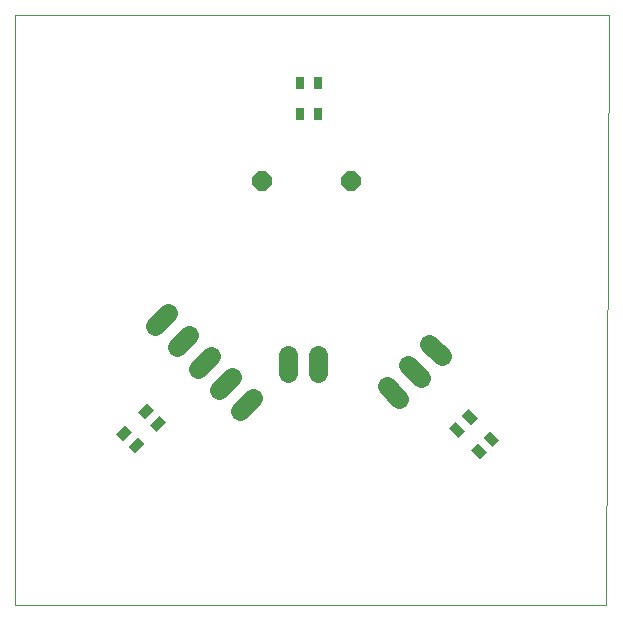
<source format=gbs>
G75*
%MOIN*%
%OFA0B0*%
%FSLAX24Y24*%
%IPPOS*%
%LPD*%
%AMOC8*
5,1,8,0,0,1.08239X$1,22.5*
%
%ADD10C,0.0000*%
%ADD11C,0.0640*%
%ADD12OC8,0.0640*%
%ADD13R,0.0315X0.0433*%
D10*
X000112Y000100D02*
X000100Y019777D01*
X019899Y019789D01*
X019797Y000100D01*
X000112Y000100D01*
D11*
X006907Y007281D02*
X007331Y007705D01*
X006624Y008412D02*
X006200Y007988D01*
X005493Y008695D02*
X005917Y009119D01*
X005210Y009826D02*
X004785Y009402D01*
X007614Y006574D02*
X008038Y006998D01*
X009212Y007850D02*
X009212Y008450D01*
X010212Y008450D02*
X010212Y007850D01*
X012493Y007405D02*
X012917Y006981D01*
X013624Y007688D02*
X013200Y008112D01*
X013907Y008819D02*
X014331Y008395D01*
D12*
X011312Y014240D03*
X008322Y014230D03*
D13*
X009617Y016488D03*
X010207Y016488D03*
X010207Y017512D03*
X009617Y017512D03*
G36*
X004506Y006834D02*
X004728Y006612D01*
X004424Y006308D01*
X004202Y006530D01*
X004506Y006834D01*
G37*
G36*
X004924Y006416D02*
X005146Y006194D01*
X004842Y005890D01*
X004620Y006112D01*
X004924Y006416D01*
G37*
G36*
X004200Y005692D02*
X004422Y005470D01*
X004118Y005166D01*
X003896Y005388D01*
X004200Y005692D01*
G37*
G36*
X003782Y006110D02*
X004004Y005888D01*
X003700Y005584D01*
X003478Y005806D01*
X003782Y006110D01*
G37*
G36*
X014578Y005994D02*
X014800Y006216D01*
X015104Y005912D01*
X014882Y005690D01*
X014578Y005994D01*
G37*
G36*
X014996Y006412D02*
X015218Y006634D01*
X015522Y006330D01*
X015300Y006108D01*
X014996Y006412D01*
G37*
G36*
X015720Y005688D02*
X015942Y005910D01*
X016246Y005606D01*
X016024Y005384D01*
X015720Y005688D01*
G37*
G36*
X015302Y005270D02*
X015524Y005492D01*
X015828Y005188D01*
X015606Y004966D01*
X015302Y005270D01*
G37*
M02*

</source>
